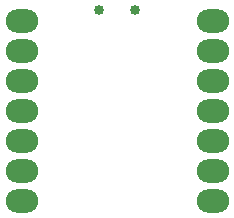
<source format=gbr>
%TF.GenerationSoftware,KiCad,Pcbnew,(6.0.9-0)*%
%TF.CreationDate,2023-01-04T12:54:03-08:00*%
%TF.ProjectId,TMC2300-BOB v1.0,544d4332-3330-4302-9d42-4f422076312e,rev?*%
%TF.SameCoordinates,Original*%
%TF.FileFunction,Soldermask,Bot*%
%TF.FilePolarity,Negative*%
%FSLAX46Y46*%
G04 Gerber Fmt 4.6, Leading zero omitted, Abs format (unit mm)*
G04 Created by KiCad (PCBNEW (6.0.9-0)) date 2023-01-04 12:54:03*
%MOMM*%
%LPD*%
G01*
G04 APERTURE LIST*
%ADD10C,0.850000*%
%ADD11O,2.748280X1.998980*%
G04 APERTURE END LIST*
D10*
%TO.C,SW2*%
X12400000Y19210000D03*
X9400000Y19210000D03*
%TD*%
D11*
%TO.C,U1*%
X18999200Y18262600D03*
X18999200Y15722600D03*
X18999200Y13182600D03*
X18999200Y10642600D03*
X18999200Y8102600D03*
X18999200Y5562600D03*
X18999200Y3022600D03*
X2834640Y3022600D03*
X2834640Y5562600D03*
X2834640Y8102600D03*
X2834640Y10642600D03*
X2834640Y13182600D03*
X2834640Y15722600D03*
X2834640Y18262600D03*
%TD*%
M02*

</source>
